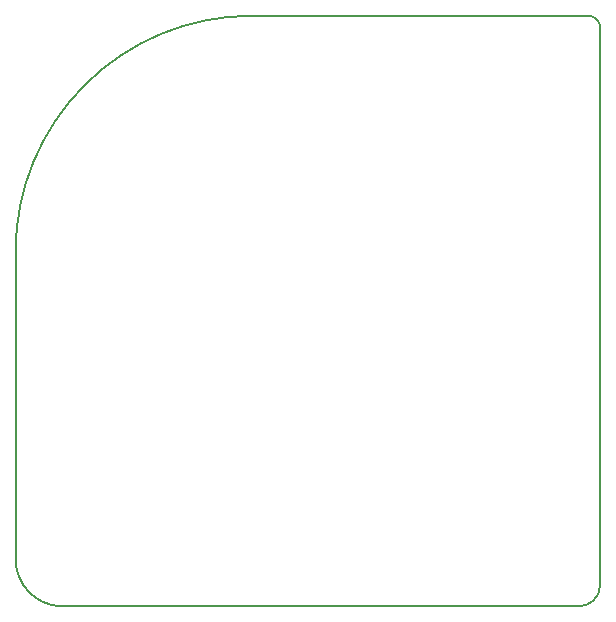
<source format=gbr>
G04 #@! TF.FileFunction,Profile,NP*
%FSLAX46Y46*%
G04 Gerber Fmt 4.6, Leading zero omitted, Abs format (unit mm)*
G04 Created by KiCad (PCBNEW 4.0.4+e1-6308~48~ubuntu15.10.1-stable) date Wed Sep 27 09:28:55 2017*
%MOMM*%
%LPD*%
G01*
G04 APERTURE LIST*
%ADD10C,0.150000*%
G04 APERTURE END LIST*
D10*
X113000000Y-86000000D02*
X113000000Y-111900000D01*
X161500000Y-66000000D02*
X133000000Y-66000000D01*
X162500000Y-114200000D02*
X162500000Y-67000000D01*
X160600000Y-116000000D02*
X160600000Y-116000000D01*
X116900000Y-116000000D02*
X160600000Y-116000000D01*
X113000000Y-111900000D02*
G75*
G03X116900000Y-116000000I4000000J-100000D01*
G01*
X160600154Y-115997229D02*
G75*
G03X162500000Y-114200000I99846J1797229D01*
G01*
X162500000Y-67000000D02*
G75*
G03X161500000Y-66000000I-1000000J0D01*
G01*
X133000000Y-66000000D02*
G75*
G03X113000000Y-86000000I0J-20000000D01*
G01*
M02*

</source>
